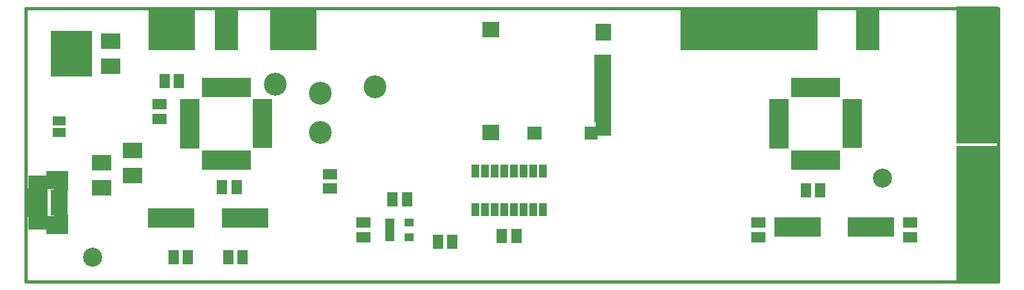
<source format=gts>
G04 (created by PCBNEW-RS274X (2012-apr-16-27)-stable) date 2013-01-24T21:57:43 CET*
G01*
G70*
G90*
%MOIN*%
G04 Gerber Fmt 3.4, Leading zero omitted, Abs format*
%FSLAX34Y34*%
G04 APERTURE LIST*
%ADD10C,0.006000*%
%ADD11C,0.015000*%
%ADD12C,0.098700*%
%ADD13R,0.037700X0.098700*%
%ADD14R,0.098700X0.037700*%
%ADD15R,0.240500X0.102700*%
%ADD16R,0.100000X0.080000*%
%ADD17R,0.050000X0.040000*%
%ADD18R,0.075000X0.055000*%
%ADD19R,0.055000X0.075000*%
%ADD20R,0.065000X0.045000*%
%ADD21R,0.040000X0.065000*%
%ADD22R,0.118400X0.216900*%
%ADD23R,0.216900X0.118400*%
%ADD24C,0.118400*%
%ADD25R,0.086100X0.051500*%
%ADD26R,0.079100X0.083000*%
%ADD27R,0.079100X0.086900*%
%ADD28R,0.086900X0.079100*%
%ADD29R,0.071200X0.070800*%
%ADD30R,0.075100X0.070800*%
%ADD31R,0.088900X0.035700*%
%ADD32R,0.118400X0.076100*%
%ADD33R,0.075100X0.098700*%
%ADD34R,0.116500X0.071200*%
%ADD35R,0.047600X0.091900*%
G04 APERTURE END LIST*
G54D10*
G54D11*
X05827Y-30394D02*
X05827Y-16220D01*
X56220Y-30394D02*
X05827Y-30394D01*
X56220Y-16220D02*
X56220Y-30394D01*
X05827Y-16220D02*
X56220Y-16220D01*
G54D12*
X09291Y-29134D03*
X50236Y-25039D03*
G54D13*
X17313Y-24101D03*
X16998Y-24101D03*
X16683Y-24101D03*
X16368Y-24101D03*
X16053Y-24101D03*
X15738Y-24101D03*
X15423Y-24101D03*
X15108Y-24101D03*
X15110Y-20335D03*
X17320Y-20335D03*
X17000Y-20335D03*
X16680Y-20335D03*
X16370Y-20335D03*
X16050Y-20335D03*
X15740Y-20335D03*
X15420Y-20335D03*
G54D14*
X14320Y-23317D03*
X14320Y-23003D03*
X14320Y-22687D03*
X14320Y-22373D03*
X14320Y-22057D03*
X14320Y-21743D03*
X14320Y-21427D03*
X14320Y-21113D03*
X18100Y-23315D03*
X18100Y-23005D03*
X18100Y-22685D03*
X18100Y-22375D03*
X18100Y-22065D03*
X18100Y-21745D03*
X18100Y-21425D03*
X18100Y-21105D03*
G54D13*
X47864Y-24101D03*
X47549Y-24101D03*
X47234Y-24101D03*
X46919Y-24101D03*
X46604Y-24101D03*
X46289Y-24101D03*
X45974Y-24101D03*
X45659Y-24101D03*
X45661Y-20335D03*
X47871Y-20335D03*
X47551Y-20335D03*
X47231Y-20335D03*
X46921Y-20335D03*
X46601Y-20335D03*
X46291Y-20335D03*
X45971Y-20335D03*
G54D14*
X44871Y-23317D03*
X44871Y-23003D03*
X44871Y-22687D03*
X44871Y-22373D03*
X44871Y-22057D03*
X44871Y-21743D03*
X44871Y-21427D03*
X44871Y-21113D03*
X48651Y-23315D03*
X48651Y-23005D03*
X48651Y-22685D03*
X48651Y-22375D03*
X48651Y-22065D03*
X48651Y-21745D03*
X48651Y-21425D03*
X48651Y-21105D03*
G54D15*
X13367Y-27087D03*
X17185Y-27087D03*
X49626Y-27559D03*
X45808Y-27559D03*
G54D16*
X09764Y-25532D03*
X09764Y-24232D03*
X11339Y-24902D03*
X11339Y-23602D03*
G54D17*
X24697Y-27342D03*
X24697Y-28092D03*
X25697Y-27342D03*
X24697Y-27717D03*
X25697Y-28092D03*
G54D18*
X23307Y-28092D03*
X23307Y-27342D03*
G54D19*
X27184Y-28346D03*
X27934Y-28346D03*
X25572Y-26142D03*
X24822Y-26142D03*
X17068Y-29134D03*
X16318Y-29134D03*
X13483Y-29134D03*
X14233Y-29134D03*
G54D18*
X12756Y-21200D03*
X12756Y-21950D03*
G54D19*
X16003Y-25512D03*
X16753Y-25512D03*
X46989Y-25669D03*
X46239Y-25669D03*
G54D18*
X43780Y-27342D03*
X43780Y-28092D03*
X51654Y-27342D03*
X51654Y-28092D03*
G54D20*
X07559Y-22062D03*
X07559Y-22662D03*
G54D19*
X13011Y-20000D03*
X13761Y-20000D03*
G54D18*
X21575Y-25572D03*
X21575Y-24822D03*
G54D19*
X31241Y-28031D03*
X30491Y-28031D03*
G54D21*
X29116Y-26669D03*
X29616Y-26669D03*
X30116Y-26669D03*
X30616Y-26669D03*
X31116Y-26669D03*
X31616Y-26669D03*
X32116Y-26669D03*
X32616Y-26669D03*
X32616Y-24669D03*
X32116Y-24669D03*
X31616Y-24669D03*
X31116Y-24669D03*
X30616Y-24669D03*
X30116Y-24669D03*
X29616Y-24669D03*
X29116Y-24669D03*
G54D16*
X10236Y-19233D03*
X10236Y-17933D03*
G54D22*
X12795Y-17323D03*
X13977Y-17323D03*
X16220Y-17323D03*
X46260Y-17323D03*
X45079Y-17323D03*
X43898Y-17323D03*
X42716Y-17323D03*
X41535Y-17323D03*
X40354Y-17323D03*
G54D23*
X55118Y-29882D03*
X55118Y-28701D03*
X55118Y-27520D03*
X55118Y-26338D03*
X55118Y-25157D03*
X55118Y-23976D03*
X55118Y-22638D03*
X55118Y-21457D03*
X55118Y-20276D03*
X55118Y-19094D03*
X55118Y-17913D03*
X55118Y-16732D03*
X08189Y-19174D03*
X08189Y-17992D03*
G54D22*
X49449Y-17323D03*
X19094Y-17323D03*
X20276Y-17323D03*
G54D24*
X21102Y-22677D03*
X21102Y-20630D03*
X23937Y-20315D03*
X18740Y-20157D03*
G54D25*
X35732Y-18858D03*
X35732Y-19291D03*
X35732Y-19724D03*
X35732Y-20157D03*
X35732Y-20591D03*
X35732Y-21024D03*
X35732Y-21457D03*
X35732Y-21890D03*
G54D26*
X35767Y-22445D03*
G54D27*
X35767Y-17461D03*
G54D28*
X29921Y-22657D03*
X29921Y-17343D03*
G54D29*
X35118Y-22699D03*
G54D30*
X32204Y-22699D03*
G54D31*
X07569Y-25787D03*
X07569Y-26043D03*
X07569Y-26299D03*
X07569Y-26555D03*
X07569Y-26811D03*
G54D32*
X06359Y-25920D03*
X06359Y-26678D03*
G54D33*
X07650Y-25157D03*
X07650Y-27441D03*
G54D34*
X06516Y-25226D03*
G54D35*
X07126Y-25123D03*
X07126Y-27475D03*
G54D34*
X06516Y-27372D03*
M02*

</source>
